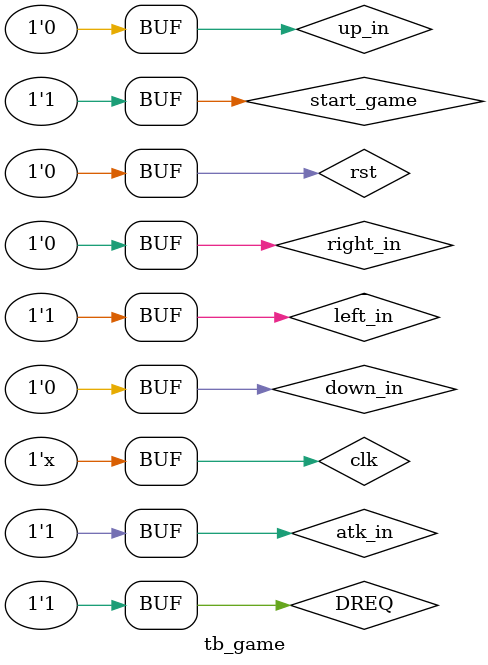
<source format=v>
`timescale 1ns/1ps
module tb_game;

reg clk=1;
reg rst=0;
//VGA
wire [3:0] red;
wire [3:0] green;
wire [3:0] blue;
wire hs;
wire vs;
//¿ØÖÆÂß¼­
reg left_in=1;
reg right_in=0;
reg up_in=0;
reg down_in=0;
reg atk_in=1;
reg start_game=1;
//ÊýÂë¹Ü
wire [7:0] seg;
wire [7:0] dig;
//mp3
reg DREQ=1;
wire RSET;
wire CS;
wire DCS;
wire MOSI;
wire SCLK;

game_top game(
    .clk(clk),
    .rst(rst),
    //VGA
    .red(red),
    .green(green),
    .blue(blue),
    .hs(hs),
    .vs(vs),
    //¿ØÖÆÂß¼­
    .left_in(left_in),
    .right_in(right_in),
    .up_in(up_in),
    .down_in(down_in),
    .atk_in(atk_in),
    .start_game(start_game),
    //ÊýÂë¹Ü
    .seg(seg),
    .dig(dig),
    //mp3
    .DREQ(DREQ),
    .RSET(RSET),
    .CS(CS),
    .DCS(DCS),
    .MOSI(MOSI),
    .SCLK(SCLK)
);

always #5 clk<=~clk;

endmodule
</source>
